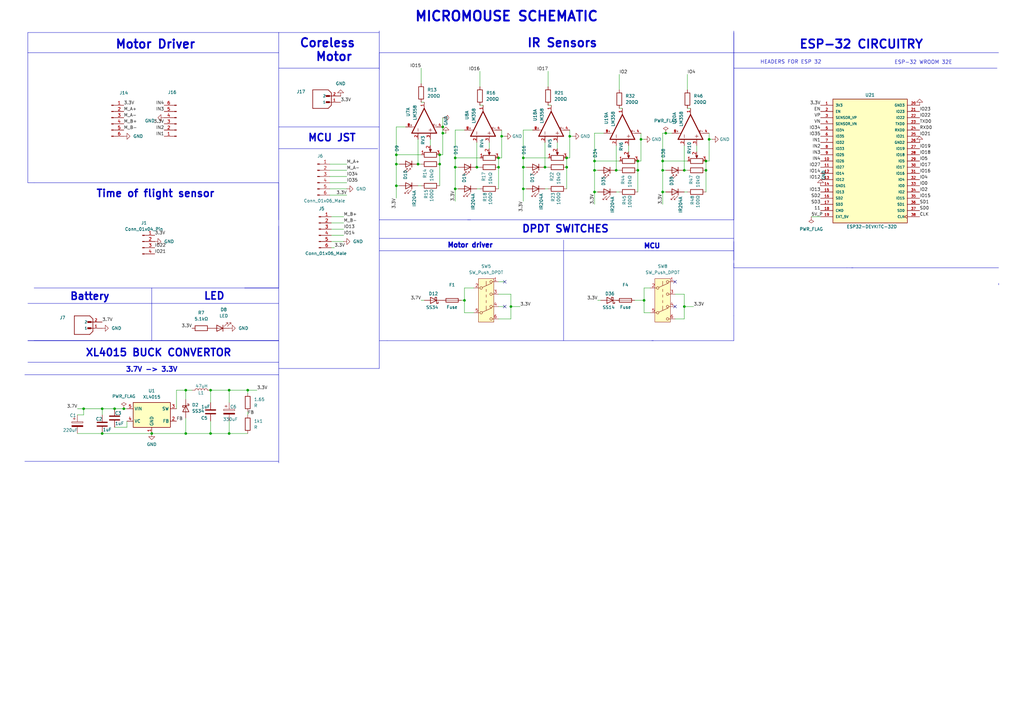
<source format=kicad_sch>
(kicad_sch (version 20231120) (generator "eeschema") (generator_version "8.0")
  (paper "A3")
  (junction (at 205.74 55.88))
  (junction (at 233.68 55.88))
  (junction (at 252.73 69.85))
  (junction (at 46.99 167.64))
  (junction (at 34.29 167.64))
  (junction (at 195.58 68.58))
  (junction (at 180.34 67.31))
  (junction (at 209.55 125.73))
  (junction (at 264.16 123.19))
  (junction (at 162.56 76.2))
  (junction (at 271.78 66.04))
  (junction (at 190.5 123.19))
  (junction (at 261.62 66.04))
  (junction (at 186.69 77.47))
  (junction (at 41.91 177.8))
  (junction (at 180.34 63.5))
  (junction (at 186.69 64.77))
  (junction (at 243.84 78.74))
  (junction (at 86.36 177.8))
  (junction (at 232.41 68.58))
  (junction (at 76.2 160.02))
  (junction (at 186.69 68.58))
  (junction (at 214.63 77.47))
  (junction (at 204.47 68.58))
  (junction (at 76.2 177.8))
  (junction (at 290.83 57.15))
  (junction (at 162.56 63.5))
  (junction (at 271.78 78.74))
  (junction (at 289.56 66.04))
  (junction (at 280.67 125.73))
  (junction (at 93.98 177.8))
  (junction (at 223.52 68.58))
  (junction (at 232.41 64.77))
  (junction (at 50.8 167.64))
  (junction (at 214.63 64.77))
  (junction (at 93.98 160.02))
  (junction (at 289.56 69.85))
  (junction (at 101.6 160.02))
  (junction (at 214.63 68.58))
  (junction (at 86.36 160.02))
  (junction (at 162.56 67.31))
  (junction (at 41.91 167.64))
  (junction (at 204.47 64.77))
  (junction (at 181.61 52.07))
  (junction (at 261.62 69.85))
  (junction (at 271.78 69.85))
  (junction (at 181.61 54.61))
  (junction (at 171.45 67.31))
  (junction (at 243.84 69.85))
  (junction (at 273.05 54.61))
  (junction (at 262.89 57.15))
  (junction (at 62.23 177.8))
  (junction (at 243.84 66.04))
  (junction (at 280.67 69.85))
  (no_connect (at 207.01 125.73))
  (no_connect (at 207.01 115.57))
  (no_connect (at 276.86 115.57))
  (no_connect (at 276.86 125.73))
  (polyline (pts (xy 155.575 90.17) (xy 300.99 90.17)))
  (wire (pts (xy 186.69 53.34) (xy 190.5 53.34)))
  (wire (pts (xy 135.2804 72.39) (xy 142.24 72.39)))
  (wire (pts (xy 234.95 55.88) (xy 233.68 55.88)))
  (polyline (pts (xy 300.99 139.7) (xy 267.335 139.7)))
  (wire (pts (xy 196.85 68.58) (xy 195.58 68.58)))
  (wire (pts (xy 260.35 123.19) (xy 264.16 123.19)))
  (wire (pts (xy 101.6 160.02) (xy 105.41 160.02)))
  (wire (pts (xy 162.56 63.5) (xy 172.72 63.5)))
  (wire (pts (xy 31.75 177.8) (xy 41.91 177.8)))
  (wire (pts (xy 171.45 76.2) (xy 172.72 76.2)))
  (wire (pts (xy 243.84 69.85) (xy 243.84 78.74)))
  (polyline (pts (xy 114.3 92.71) (xy 114.3 189.865)))
  (polyline (pts (xy 11.43 21.59) (xy 114.3 21.59)))
  (wire (pts (xy 261.62 78.74) (xy 261.62 69.85)))
  (wire (pts (xy 233.68 64.77) (xy 233.68 55.88)))
  (polyline (pts (xy 300.99 99.06) (xy 300.99 106.68)))
  (wire (pts (xy 276.86 120.65) (xy 280.67 120.65)))
  (wire (pts (xy 273.05 54.61) (xy 275.59 54.61)))
  (wire (pts (xy 135.2804 74.93) (xy 142.24 74.93)))
  (polyline (pts (xy 155.575 102.87) (xy 300.99 102.87)))
  (wire (pts (xy 214.63 68.58) (xy 214.63 77.47)))
  (wire (pts (xy 209.55 130.81) (xy 204.47 130.81)))
  (wire (pts (xy 280.67 130.81) (xy 276.86 130.81)))
  (wire (pts (xy 271.78 66.04) (xy 271.78 69.85)))
  (wire (pts (xy 86.36 172.72) (xy 86.36 177.8)))
  (wire (pts (xy 264.16 128.27) (xy 266.7 128.27)))
  (polyline (pts (xy 300.99 21.59) (xy 409.575 21.59)))
  (wire (pts (xy 261.62 69.85) (xy 261.62 66.04)))
  (polyline (pts (xy 155.575 97.79) (xy 300.99 97.79)))
  (wire (pts (xy 186.69 53.34) (xy 186.69 64.77)))
  (polyline (pts (xy 62.23 118.11) (xy 62.23 139.7)))
  (wire (pts (xy 186.69 64.77) (xy 186.69 68.58)))
  (polyline (pts (xy 347.345 109.855) (xy 349.885 109.855)))
  (polyline (pts (xy 300.99 107.95) (xy 300.99 129.54)))
  (wire (pts (xy 190.5 118.11) (xy 190.5 123.19)))
  (wire (pts (xy 200.66 60.96) (xy 200.66 58.42)))
  (wire (pts (xy 41.91 167.64) (xy 41.91 170.18)))
  (wire (pts (xy 228.6 60.96) (xy 228.6 58.42)))
  (wire (pts (xy 62.23 177.8) (xy 76.2 177.8)))
  (wire (pts (xy 181.61 52.07) (xy 181.61 48.26)))
  (wire (pts (xy 205.74 64.77) (xy 205.74 55.88)))
  (wire (pts (xy 34.29 167.64) (xy 41.91 167.64)))
  (wire (pts (xy 180.34 76.2) (xy 180.34 67.31)))
  (polyline (pts (xy 300.99 21.59) (xy 300.99 90.17)))
  (wire (pts (xy 181.61 63.5) (xy 181.61 54.61)))
  (wire (pts (xy 290.83 66.04) (xy 290.83 57.15)))
  (wire (pts (xy 162.56 76.2) (xy 163.83 76.2)))
  (wire (pts (xy 135.89 91.44) (xy 140.97 91.44)))
  (wire (pts (xy 135.89 93.98) (xy 140.97 93.98)))
  (polyline (pts (xy 13.97 74.93) (xy 114.3 74.93)))
  (wire (pts (xy 72.39 167.64) (xy 72.39 160.02)))
  (wire (pts (xy 223.52 77.47) (xy 224.79 77.47)))
  (wire (pts (xy 280.67 120.65) (xy 280.67 125.73)))
  (wire (pts (xy 190.5 118.11) (xy 194.31 118.11)))
  (wire (pts (xy 195.58 77.47) (xy 196.85 77.47)))
  (wire (pts (xy 280.67 78.74) (xy 281.94 78.74)))
  (polyline (pts (xy 155.575 21.59) (xy 155.575 90.17)))
  (wire (pts (xy 46.99 167.64) (xy 50.8 167.64)))
  (wire (pts (xy 204.47 125.73) (xy 207.01 125.73)))
  (polyline (pts (xy 300.99 13.335) (xy 300.99 109.855)))
  (wire (pts (xy 209.55 120.65) (xy 209.55 125.73)))
  (wire (pts (xy 243.84 69.85) (xy 245.11 69.85)))
  (wire (pts (xy 233.68 64.77) (xy 232.41 64.77)))
  (wire (pts (xy 190.5 128.27) (xy 194.31 128.27)))
  (wire (pts (xy 232.41 77.47) (xy 232.41 68.58)))
  (wire (pts (xy 196.85 29.21) (xy 196.85 35.56)))
  (wire (pts (xy 101.6 168.91) (xy 101.6 170.18)))
  (wire (pts (xy 72.39 160.02) (xy 76.2 160.02)))
  (wire (pts (xy 243.84 66.04) (xy 243.84 69.85)))
  (wire (pts (xy 224.79 68.58) (xy 223.52 68.58)))
  (polyline (pts (xy 114.3 21.59) (xy 114.3 13.335)))
  (wire (pts (xy 243.84 54.61) (xy 243.84 66.04)))
  (wire (pts (xy 214.63 64.77) (xy 214.63 68.58)))
  (wire (pts (xy 186.69 68.58) (xy 187.96 68.58)))
  (wire (pts (xy 262.89 57.15) (xy 262.89 54.61)))
  (wire (pts (xy 171.45 67.31) (xy 171.45 57.15)))
  (polyline (pts (xy 114.3 52.07) (xy 155.575 52.07)))
  (polyline (pts (xy 11.43 13.335) (xy 11.43 21.59)))
  (wire (pts (xy 172.72 123.19) (xy 173.99 123.19)))
  (wire (pts (xy 86.36 160.02) (xy 86.36 165.1)))
  (wire (pts (xy 186.69 82.55) (xy 186.69 77.47)))
  (wire (pts (xy 233.68 55.88) (xy 233.68 53.34)))
  (wire (pts (xy 41.91 177.8) (xy 62.23 177.8)))
  (wire (pts (xy 207.01 55.88) (xy 205.74 55.88)))
  (wire (pts (xy 257.81 62.23) (xy 257.81 59.69)))
  (wire (pts (xy 135.2804 67.31) (xy 142.24 67.31)))
  (wire (pts (xy 252.73 69.85) (xy 252.73 59.69)))
  (wire (pts (xy 254 30.48) (xy 254 36.83)))
  (wire (pts (xy 280.67 69.85) (xy 280.67 59.69)))
  (wire (pts (xy 243.84 83.82) (xy 243.84 78.74)))
  (polyline (pts (xy 11.43 139.7) (xy 114.3 139.7)))
  (polyline (pts (xy 300.99 27.94) (xy 408.94 27.94)))
  (wire (pts (xy 135.2804 69.85) (xy 142.24 69.85)))
  (wire (pts (xy 162.56 52.07) (xy 162.56 63.5)))
  (wire (pts (xy 180.34 67.31) (xy 180.34 63.5)))
  (wire (pts (xy 271.78 69.85) (xy 273.05 69.85)))
  (wire (pts (xy 283.21 44.45) (xy 281.94 44.45)))
  (wire (pts (xy 290.83 66.04) (xy 289.56 66.04)))
  (wire (pts (xy 41.91 167.64) (xy 46.99 167.64)))
  (wire (pts (xy 262.89 66.04) (xy 262.89 57.15)))
  (wire (pts (xy 101.6 161.29) (xy 101.6 160.02)))
  (wire (pts (xy 264.16 118.11) (xy 264.16 123.19)))
  (wire (pts (xy 182.88 54.61) (xy 181.61 54.61)))
  (polyline (pts (xy 300.99 129.54) (xy 300.99 139.7)))
  (wire (pts (xy 186.69 64.77) (xy 196.85 64.77)))
  (wire (pts (xy 214.63 77.47) (xy 215.9 77.47)))
  (wire (pts (xy 162.56 63.5) (xy 162.56 67.31)))
  (wire (pts (xy 254 69.85) (xy 252.73 69.85)))
  (polyline (pts (xy 11.43 139.7) (xy 114.3 139.7)))
  (polyline (pts (xy 114.3 60.96) (xy 154.94 60.96)))
  (wire (pts (xy 332.74 88.9) (xy 336.55 88.9)))
  (wire (pts (xy 209.55 125.73) (xy 213.36 125.73)))
  (wire (pts (xy 226.06 43.18) (xy 224.79 43.18)))
  (wire (pts (xy 255.27 44.45) (xy 254 44.45)))
  (polyline (pts (xy 349.25 109.855) (xy 409.575 109.855)))
  (wire (pts (xy 243.84 78.74) (xy 245.11 78.74)))
  (wire (pts (xy 285.75 62.23) (xy 285.75 59.69)))
  (wire (pts (xy 209.55 125.73) (xy 209.55 130.81)))
  (wire (pts (xy 246.38 123.19) (xy 245.11 123.19)))
  (polyline (pts (xy 155.575 12.7) (xy 155.575 21.59)))
  (wire (pts (xy 93.98 177.8) (xy 101.6 177.8)))
  (wire (pts (xy 34.29 170.18) (xy 34.29 167.64)))
  (polyline (pts (xy 114.3 118.11) (xy 100.33 118.11)))
  (polyline (pts (xy 155.575 139.7) (xy 155.575 151.13)))
  (wire (pts (xy 162.56 52.07) (xy 166.37 52.07)))
  (wire (pts (xy 172.72 67.31) (xy 171.45 67.31)))
  (wire (pts (xy 204.47 68.58) (xy 204.47 64.77)))
  (wire (pts (xy 204.47 77.47) (xy 204.47 68.58)))
  (wire (pts (xy 281.94 30.48) (xy 281.94 36.83)))
  (wire (pts (xy 135.2804 80.01) (xy 142.24 80.01)))
  (polyline (pts (xy 409.575 116.84) (xy 409.575 116.205)))
  (wire (pts (xy 172.72 27.94) (xy 172.72 34.29)))
  (polyline (pts (xy 11.43 148.59) (xy 114.3 148.59)))
  (wire (pts (xy 135.89 99.06) (xy 140.97 99.06)))
  (polyline (pts (xy 300.99 21.59) (xy 155.575 21.59)))
  (wire (pts (xy 52.07 175.26) (xy 46.99 175.26)))
  (polyline (pts (xy 114.3 27.94) (xy 155.575 27.94)))
  (polyline (pts (xy 155.575 139.7) (xy 158.75 139.7)))
  (wire (pts (xy 271.78 66.04) (xy 281.94 66.04)))
  (polyline (pts (xy 114.3 74.93) (xy 114.3 90.17)))
  (wire (pts (xy 195.58 68.58) (xy 195.58 58.42)))
  (wire (pts (xy 280.67 125.73) (xy 284.48 125.73)))
  (wire (pts (xy 262.89 66.04) (xy 261.62 66.04)))
  (wire (pts (xy 223.52 68.58) (xy 223.52 58.42)))
  (polyline (pts (xy 64.77 139.7) (xy 114.3 139.7)))
  (wire (pts (xy 243.84 66.04) (xy 254 66.04)))
  (polyline (pts (xy 155.575 90.17) (xy 155.575 139.7)))
  (wire (pts (xy 264.16 123.19) (xy 264.16 128.27)))
  (wire (pts (xy 198.12 43.18) (xy 196.85 43.18)))
  (wire (pts (xy 186.69 68.58) (xy 186.69 77.47)))
  (wire (pts (xy 52.07 172.72) (xy 52.07 175.26)))
  (polyline (pts (xy 114.3 74.93) (xy 114.3 118.11)))
  (wire (pts (xy 189.23 123.19) (xy 190.5 123.19)))
  (wire (pts (xy 264.16 57.15) (xy 262.89 57.15)))
  (wire (pts (xy 289.56 78.74) (xy 289.56 69.85)))
  (polyline (pts (xy 114.3 13.335) (xy 11.43 13.335)))
  (polyline (pts (xy 191.77 90.17) (xy 193.04 90.17)))
  (wire (pts (xy 93.98 172.72) (xy 93.98 177.8)))
  (wire (pts (xy 292.1 57.15) (xy 290.83 57.15)))
  (wire (pts (xy 232.41 68.58) (xy 232.41 64.77)))
  (wire (pts (xy 281.94 69.85) (xy 280.67 69.85)))
  (wire (pts (xy 243.84 54.61) (xy 247.65 54.61)))
  (wire (pts (xy 31.75 167.64) (xy 34.29 167.64)))
  (wire (pts (xy 162.56 67.31) (xy 162.56 76.2)))
  (wire (pts (xy 214.63 64.77) (xy 224.79 64.77)))
  (wire (pts (xy 101.6 160.02) (xy 93.98 160.02)))
  (wire (pts (xy 173.99 41.91) (xy 172.72 41.91)))
  (polyline (pts (xy 10.16 153.67) (xy 114.3 153.67)))
  (wire (pts (xy 214.63 53.34) (xy 218.44 53.34)))
  (wire (pts (xy 186.69 77.47) (xy 187.96 77.47)))
  (wire (pts (xy 214.63 82.55) (xy 214.63 77.47)))
  (polyline (pts (xy 155.575 21.59) (xy 155.575 28.575)))
  (polyline (pts (xy 300.99 109.855) (xy 347.345 109.855)))
  (wire (pts (xy 271.78 54.61) (xy 273.05 54.61)))
  (wire (pts (xy 135.89 88.9) (xy 140.97 88.9)))
  (polyline (pts (xy 11.43 21.59) (xy 11.43 74.93)))
  (wire (pts (xy 50.8 167.64) (xy 52.07 167.64)))
  (polyline (pts (xy 300.99 12.7) (xy 300.99 21.59)))
  (wire (pts (xy 181.61 54.61) (xy 181.61 52.07)))
  (wire (pts (xy 271.78 69.85) (xy 271.78 78.74)))
  (wire (pts (xy 266.7 118.11) (xy 264.16 118.11)))
  (polyline (pts (xy 11.43 74.93) (xy 13.97 74.93)))
  (wire (pts (xy 289.56 69.85) (xy 289.56 66.04)))
  (wire (pts (xy 76.2 160.02) (xy 76.2 163.83)))
  (wire (pts (xy 252.73 78.74) (xy 254 78.74)))
  (wire (pts (xy 271.78 83.82) (xy 271.78 78.74)))
  (wire (pts (xy 76.2 171.45) (xy 76.2 177.8)))
  (wire (pts (xy 205.74 55.88) (xy 205.74 53.34)))
  (wire (pts (xy 162.56 81.28) (xy 162.56 76.2)))
  (wire (pts (xy 190.5 123.19) (xy 190.5 128.27)))
  (wire (pts (xy 93.98 160.02) (xy 86.36 160.02)))
  (wire (pts (xy 290.83 57.15) (xy 290.83 54.61)))
  (wire (pts (xy 162.56 67.31) (xy 163.83 67.31)))
  (wire (pts (xy 214.63 68.58) (xy 215.9 68.58)))
  (wire (pts (xy 204.47 115.57) (xy 207.01 115.57)))
  (wire (pts (xy 93.98 165.1) (xy 93.98 160.02)))
  (polyline (pts (xy 114.3 13.335) (xy 155.575 13.335)))
  (wire (pts (xy 135.2804 77.47) (xy 142.24 77.47)))
  (wire (pts (xy 176.53 59.69) (xy 176.53 57.15)))
  (wire (pts (xy 280.67 125.73) (xy 280.67 130.81)))
  (wire (pts (xy 224.79 29.21) (xy 224.79 35.56)))
  (wire (pts (xy 254 123.19) (xy 252.73 123.19)))
  (wire (pts (xy 135.89 101.6) (xy 137.16 101.6)))
  (polyline (pts (xy 114.3 21.59) (xy 114.3 74.93)))
  (polyline (pts (xy 13.97 139.7) (xy 64.77 139.7)))
  (wire (pts (xy 181.61 63.5) (xy 180.34 63.5)))
  (polyline (pts (xy 267.97 139.7) (xy 158.75 139.7)))
  (wire (pts (xy 76.2 160.02) (xy 78.74 160.02)))
  (polyline (pts (xy 11.43 124.46) (xy 114.3 124.46)))
  (wire (pts (xy 214.63 53.34) (xy 214.63 64.77)))
  (polyline (pts (xy 10.16 189.23) (xy 114.3 189.23)))
  (wire (pts (xy 205.74 64.77) (xy 204.47 64.77)))
  (wire (pts (xy 271.78 78.74) (xy 273.05 78.74)))
  (wire (pts (xy 31.75 170.18) (xy 34.29 170.18)))
  (polyline (pts (xy 13.97 118.11) (xy 114.3 118.11)))
  (polyline (pts (xy 231.14 98.425) (xy 231.14 139.7)))
  (wire (pts (xy 204.47 120.65) (xy 209.55 120.65)))
  (wire (pts (xy 93.98 177.8) (xy 86.36 177.8)))
  (wire (pts (xy 76.2 177.8) (xy 86.36 177.8)))
  (polyline (pts (xy 155.575 151.13) (xy 114.3 151.13)))
  (wire (pts (xy 135.89 96.52) (xy 140.97 96.52)))
  (wire (pts (xy 271.78 54.61) (xy 271.78 66.04)))
  (text "Coreless \n Motor\n" (at 135.636 20.574 0) (effects (font (size 3.5 3.5) (thickness 0.7) (bold yes))))
  (text "MICROMOUSE SCHEMATIC\n" (at 207.772 6.858 0) (effects (font (size 4 4) (thickness 0.8) (bold yes))))
  (text "ESP-32 WROOM 32E" (at 378.714 25.654 0) (effects (font (size 1.5 1.5))))
  (text "Battery\n" (at 36.83 121.666 0) (effects (font (size 3 3) (thickness 0.6) (bold yes))))
  (text "ESP-32 CIRCUITRY " (at 354.584 18.288 0) (effects (font (size 3.5 3.5) (thickness 0.7) (bold yes))))
  (text "DPDT SWITCHES" (at 213.868 95.758 0) (effects (font (size 3 3) (thickness 0.6) (bold yes)) (justify left bottom)))
  (text "IR Sensors\n\n" (at 230.632 20.574 0) (effects (font (size 3.5 3.5) (thickness 0.7) (bold yes))))
  (text "MCU JST\n" (at 136.144 56.642 0) (effects (font (size 3 3) (thickness 0.6) (bold yes))))
  (text "3.7V -> 3.3V\n" (at 62.23 151.638 0) (effects (font (size 2 2) (thickness 0.4) (bold yes))))
  (text "HEADERS FOR ESP 32\n\n\n" (at 324.358 27.94 0) (effects (font (size 1.5 1.5))))
  (text "MCU\n\n" (at 263.906 105.41 0) (effects (font (size 2 2) (thickness 0.6) (bold yes)) (justify left bottom)))
  (text "XL4015 BUCK CONVERTOR\n" (at 65.024 144.78 0) (effects (font (size 3 3) (thickness 0.6) (bold yes))))
  (text "Motor driver \n" (at 183.388 101.854 0) (effects (font (size 2 2) (thickness 0.6) (bold yes)) (justify left bottom)))
  (text "LED\n\n" (at 87.884 123.952 0) (effects (font (size 3 3) (thickness 0.6) (bold yes))))
  (text "Time of flight sensor" (at 63.754 79.502 0) (effects (font (size 3 3) (thickness 0.6) (bold yes))))
  (text "Motor Driver" (at 63.754 18.288 0) (effects (font (size 3.5 3.5) (thickness 0.7) (bold yes))))
  (label "3.3V" (at 63.5 96.52 0))
  (label "IO16" (at 377.19 71.12 0))
  (label "FB" (at 101.6 170.18 0))
  (label "IN3" (at 336.55 63.5 180))
  (label "IO4" (at 281.94 30.48 0))
  (label "3.3V" (at 271.78 83.82 90))
  (label "IO15" (at 377.19 81.28 0))
  (label "IO21" (at 63.5 104.14 0))
  (label "3.3V" (at 137.16 101.6 0))
  (label "FB" (at 72.39 172.72 0))
  (label "IO35" (at 142.24 74.93 0))
  (label "M_A-" (at 142.24 69.85 0))
  (label "CLK" (at 377.19 88.9 0))
  (label "VP" (at 336.55 48.26 180))
  (label "3.3V" (at 67.31 50.8 180))
  (label "M_B+" (at 50.8 50.8 0))
  (label "3.3V" (at 243.84 83.82 90))
  (label "3.7V" (at 41.91 132.08 0))
  (label "M_A+" (at 50.8 45.72 0))
  (label "IO23" (at 377.19 45.72 0))
  (label "3.3V" (at 213.36 125.73 0))
  (label "IN1" (at 336.55 58.42 180))
  (label "IO14" (at 140.97 96.52 0))
  (label "IN4" (at 67.31 43.18 180))
  (label "IO4" (at 377.19 73.66 0))
  (label "IN1" (at 67.31 55.88 180))
  (label "M_A+" (at 142.24 67.31 0))
  (label "M_B-" (at 140.97 91.44 0))
  (label "3.7V" (at 172.72 123.19 180))
  (label "TXD0" (at 377.19 50.8 0))
  (label "VN" (at 336.55 50.8 180))
  (label "IO13" (at 140.97 93.98 0))
  (label "SD2" (at 336.55 81.28 180))
  (label "IO2" (at 254 30.48 0))
  (label "IO35" (at 336.55 55.88 180))
  (label "SD1" (at 377.19 83.82 0))
  (label "IO5" (at 377.19 66.04 0))
  (label "M_A-" (at 50.8 48.26 0))
  (label "IN2" (at 336.55 60.96 180))
  (label "3.3V" (at 336.55 43.18 180))
  (label "3.3V" (at 50.8 43.18 0))
  (label "3.3V" (at 245.11 123.19 180))
  (label "M_B+" (at 140.97 88.9 0))
  (label "IN2" (at 67.31 53.34 180))
  (label "IO16" (at 196.85 29.21 180))
  (label "3.3V" (at 284.48 125.73 0))
  (label "3.3V" (at 139.7 41.91 0))
  (label "3.3V" (at 105.41 160.02 0))
  (label "5V_P" (at 332.74 88.9 0))
  (label "SD0" (at 377.19 86.36 0))
  (label "IN3" (at 67.31 45.72 180))
  (label "IO13" (at 336.55 78.74 180))
  (label "IO21" (at 377.19 55.88 0))
  (label "IO17" (at 224.79 29.21 180))
  (label "RXD0" (at 377.19 53.34 0))
  (label "11" (at 336.55 86.36 180))
  (label "M_B-" (at 50.8 53.34 0))
  (label "IO34" (at 336.55 53.34 180))
  (label "IO0" (at 377.19 76.2 0))
  (label "EN" (at 336.55 45.72 180))
  (label "3.3V" (at 186.69 82.55 90))
  (label "IO2" (at 377.19 78.74 0))
  (label "IO22" (at 63.5 101.6 0))
  (label "IO12" (at 336.55 73.66 180))
  (label "IO27" (at 336.55 68.58 180))
  (label "IO17" (at 377.19 68.58 0))
  (label "3.7V" (at 31.75 167.64 180))
  (label "IO22" (at 377.19 48.26 0))
  (label "IO34" (at 142.24 72.39 0))
  (label "3.3V" (at 78.74 134.62 180))
  (label "IO18" (at 377.19 63.5 0))
  (label "IO19" (at 377.19 60.96 0))
  (label "IO14" (at 336.55 71.12 180))
  (label "3.3V" (at 162.56 81.28 270))
  (label "IN4" (at 336.55 66.04 180))
  (label "3.3V" (at 214.63 82.55 270))
  (label "IO15" (at 172.72 27.94 180))
  (label "SD3" (at 336.55 83.82 180))
  (label "3.3V" (at 142.24 80.01 180))
  (symbol (lib_id "Diode:1N5822") (at 177.8 123.19 180) (unit 1)
    (property "Reference" "D12" (at 177.7492 120.4468 0))
    (property "Value" "SS34" (at 177.2412 126.0856 0))
    (property "Footprint" "Diode_SMD:D_SMB" (effects (hide yes)))
    (property "Datasheet" "http://www.vishay.com/docs/88526/1n5820.pdf" (effects (hide yes)))
  )
  (symbol (lib_id "Connector:Conn_01x06_Pin") (at 72.39 50.8 180) (unit 1)
    (property "Reference" "J16" (at 68.834 37.846 0) (effects (justify right)))
    (property "Value" "Conn_01x06_Pin" (effects (hide yes)))
    (property "Footprint" "Connector_PinHeader_2.54mm:PinHeader_1x06_P2.54mm_Vertical" (effects (hide yes)))
    (property "Description" "Generic connector, single row, 01x06, script generated" (effects (hide yes)))
  )
  (symbol (lib_id "Device:R") (at 254 40.64 180) (unit 1)
    (property "Reference" "R32" (at 256.54 39.3699 0) (effects (justify right)))
    (property "Value" "200Ω" (at 256.54 41.9099 0) (effects (justify right)))
    (property "Footprint" "Resistor_SMD:R_0603_1608Metric" (effects (hide yes)))
    (property "Description" "Resistor" (effects (hide yes)))
  )
  (symbol (lib_id "Device:L") (at 82.55 160.02 90) (unit 1)
    (property "Reference" "L1" (at 82.4484 161.1376 90))
    (property "Value" "47uH" (at 82.7024 158.3436 90))
    (property "Footprint" "Inductor_SMD:L_10.4x10.4_H4.8" (effects (hide yes)))
  )
  (symbol (lib_id "Device:R") (at 196.85 39.37 180) (unit 1)
    (property "Reference" "R16" (at 199.39 38.0999 0) (effects (justify right)))
    (property "Value" "200Ω" (at 199.39 40.6399 0) (effects (justify right)))
    (property "Footprint" "Resistor_SMD:R_0603_1608Metric" (effects (hide yes)))
    (property "Description" "Resistor" (effects (hide yes)))
  )
  (symbol (lib_id "Device:R") (at 176.53 67.31 270) (unit 1)
    (property "Reference" "R14" (at 174.244 73.152 0) (effects (justify right)))
    (property "Value" "10kΩ" (at 177.038 74.422 0) (effects (justify right)))
    (property "Footprint" "Resistor_SMD:R_0603_1608Metric" (effects (hide yes)))
    (property "Description" "Resistor" (effects (hide yes)))
  )
  (symbol (lib_id "power:GND") (at 63.5 99.06 90) (unit 1)
    (property "Reference" "#PWR03" (effects (hide yes)))
    (property "Value" "GND" (at 67.31 99.0599 90) (effects (justify right)))
    (property "Description" "Power symbol creates a global label with name \"GND\" , ground" (effects (hide yes)))
  )
  (symbol (lib_id "LED:IR204A") (at 247.65 78.74 180) (unit 1)
    (property "Reference" "D35" (at 247.5229 76.2 90) (effects (justify right)))
    (property "Value" "IR204A" (at 251.206 87.376 90) (effects (justify right)))
    (property "Footprint" "LED_THT:LED_D3.0mm_IRBlack" (effects (hide yes)))
    (property "Datasheet" "http://www.everlight.com/file/ProductFile/IR204-A.pdf" (effects (hide yes)))
    (property "Description" "Infrared LED , 3mm LED package" (effects (hide yes)))
  )
  (symbol (lib_id "Switch:SW_Push_DPDT") (at 199.39 123.19 0) (unit 1)
    (property "Reference" "SW5" (at 199.39 109.22 0))
    (property "Value" "SW_Push_DPDT" (at 199.39 111.76 0))
    (property "Footprint" "1-1571563-4:SW_TL2230OAF140" (effects (hide yes)))
    (property "Description" "Momentary Switch, dual pole double throw" (effects (hide yes)))
  )
  (symbol (lib_id "power:GND") (at 67.31 48.26 270) (unit 1)
    (property "Reference" "#PWR030" (effects (hide yes)))
    (property "Value" "GND" (at 63.5 49.5299 90) (effects (justify right)))
    (property "Description" "Power symbol creates a global label with name \"GND\" , ground" (effects (hide yes)))
  )
  (symbol (lib_id "Device:Fuse") (at 256.54 123.19 90) (unit 1)
    (property "Reference" "F4" (at 256.54 116.84 90))
    (property "Value" "Fuse" (at 256.54 125.984 90))
    (property "Footprint" "1-1571563-4:SW_1-1571563-4" (effects (hide yes)))
    (property "Description" "Fuse" (effects (hide yes)))
  )
  (symbol (lib_id "power:PWR_FLAG") (at 332.74 88.9 180) (unit 1)
    (property "Reference" "#FLG04" (effects (hide yes)))
    (property "Value" "PWR_FLAG" (at 332.74 93.98 0))
    (property "Description" "Special symbol for telling ERC where power comes from" (effects (hide yes)))
  )
  (symbol (lib_id "Device:R_Potentiometer") (at 285.75 66.04 90) (unit 1)
    (property "Reference" "RV10" (at 282.702 58.166 0) (effects (justify right)))
    (property "Value" "R_Potentiometer" (effects (hide yes)))
    (property "Footprint" "abc:TRIM_3362P-1-253LF123" (effects (hide yes)))
    (property "Description" "Potentiometer" (effects (hide yes)))
  )
  (symbol (lib_id "LED:IR204A") (at 166.37 76.2 180) (unit 1)
    (property "Reference" "D10" (at 166.2429 73.66 90) (effects (justify right)))
    (property "Value" "IR204A" (at 169.926 84.836 90) (effects (justify right)))
    (property "Footprint" "LED_THT:LED_D3.0mm_IRBlack" (effects (hide yes)))
    (property "Datasheet" "http://www.everlight.com/file/ProductFile/IR204-A.pdf" (effects (hide yes)))
    (property "Description" "Infrared LED , 3mm LED package" (effects (hide yes)))
  )
  (symbol (lib_id "Device:R") (at 285.75 78.74 90) (unit 1)
    (property "Reference" "R48" (at 283.972 84.074 0) (effects (justify left)))
    (property "Value" "100Ω" (at 286.258 85.344 0) (effects (justify left)))
    (property "Footprint" "Resistor_SMD:R_0603_1608Metric" (effects (hide yes)))
    (property "Description" "Resistor" (effects (hide yes)))
  )
  (symbol (lib_id "power:GND") (at 292.1 57.15 90) (unit 1)
    (property "Reference" "#PWR057" (effects (hide yes)))
    (property "Value" "GND" (at 295.148 57.15 90) (effects (justify right)))
    (property "Description" "Power symbol creates a global label with name \"GND\" , ground" (effects (hide yes)))
  )
  (symbol (lib_id "Device:Fuse") (at 185.42 123.19 90) (unit 1)
    (property "Reference" "F1" (at 185.42 116.84 90))
    (property "Value" "Fuse" (at 185.42 125.984 90))
    (property "Footprint" "1-1571563-4:SW_1-1571563-4" (effects (hide yes)))
    (property "Description" "Fuse" (effects (hide yes)))
  )
  (symbol (lib_id "LM358:LM358") (at 283.21 52.07 90) (unit 1)
    (property "Reference" "U20" (at 276.606 48.514 0))
    (property "Value" "LM358" (at 279.4 48.768 0))
    (property "Footprint" "LM358:SOIC8_150MIL" (effects (hide yes)))
    (property "MF" "Texas Instruments" (effects (hide yes)))
    (property "Description_1" "\nOp Amp Dual Low Power Amplifier ±16V/32V 8-Pin TO-99 Tube\n" (effects (hide yes)))
    (property "Package" "None" (effects (hide yes)))
    (property "Price" "None" (effects (hide yes)))
    (property "SnapEDA_Link" "https://www.snapeda.com/parts/LM358/Texas+Instruments/view-part/?ref=snap" (effects (hide yes)))
    (property "MP" "LM358" (effects (hide yes)))
    (property "Availability" "Not in stock" (effects (hide yes)))
    (property "Check_prices" "https://www.snapeda.com/parts/LM358/Texas+Instruments/view-part/?ref=eda" (effects (hide yes)))
  )
  (symbol (lib_id "power:GND") (at 142.24 77.47 90) (unit 1)
    (property "Reference" "#PWR02" (effects (hide yes)))
    (property "Value" "GND" (at 146.05 77.4699 90) (effects (justify right)))
    (property "Description" "Power symbol creates a global label with name \"GND\" , ground" (effects (hide yes)))
  )
  (symbol (lib_id "Device:C") (at 41.91 173.99 0) (unit 1)
    (property "Reference" "C2" (at 39.2684 171.8564 0) (effects (justify left)))
    (property "Value" "1uF" (at 42.1132 176.2252 0) (effects (justify left)))
    (property "Footprint" "Capacitor_SMD:C_0603_1608Metric" (effects (hide yes)))
  )
  (symbol (lib_id "Device:R_Potentiometer") (at 176.53 63.5 90) (unit 1)
    (property "Reference" "RV3" (at 173.482 55.626 0) (effects (justify right)))
    (property "Value" "R_Potentiometer" (effects (hide yes)))
    (property "Footprint" "abc:TRIM_3362P-1-253LF123" (effects (hide yes)))
    (property "Description" "Potentiometer" (effects (hide yes)))
  )
  (symbol (lib_id "Device:C_Polarized") (at 93.98 168.91 0) (unit 1)
    (property "Reference" "C6" (at 94.3356 166.8272 0) (effects (justify left)))
    (property "Value" "330uF" (at 91.44 171.958 0) (effects (justify left)))
    (property "Footprint" "Capacitor_SMD:CP_Elec_8x10.5" (effects (hide yes)))
  )
  (symbol (lib_id "power:GND") (at 377.19 58.42 180) (unit 1)
    (property "Reference" "#PWR061" (effects (hide yes)))
    (property "Value" "GND" (effects (hide yes)))
    (property "Description" "Power symbol creates a global label with name \"GND\" , ground" (effects (hide yes)))
  )
  (symbol (lib_id "Device:C_Polarized") (at 31.75 173.99 0) (unit 1)
    (property "Reference" "C1" (at 28.6004 170.3832 0) (effects (justify left)))
    (property "Value" "220uF" (at 25.8064 176.4284 0) (effects (justify left)))
    (property "Footprint" "Capacitor_SMD:CP_Elec_6.3x7.7" (effects (hide yes)))
  )
  (symbol (lib_id "LM358:LM358") (at 255.27 52.07 90) (unit 1)
    (property "Reference" "U19" (at 248.666 48.514 0))
    (property "Value" "LM358" (at 251.46 48.768 0))
    (property "Footprint" "LM358:SOIC8_150MIL" (effects (hide yes)))
    (property "MF" "Texas Instruments" (effects (hide yes)))
    (property "Description_1" "\nOp Amp Dual Low Power Amplifier ±16V/32V 8-Pin TO-99 Tube\n" (effects (hide yes)))
    (property "Package" "None" (effects (hide yes)))
    (property "Price" "None" (effects (hide yes)))
    (property "SnapEDA_Link" "https://www.snapeda.com/parts/LM358/Texas+Instruments/view-part/?ref=snap" (effects (hide yes)))
    (property "MP" "LM358" (effects (hide yes)))
    (property "Availability" "Not in stock" (effects (hide yes)))
    (property "Check_prices" "https://www.snapeda.com/parts/LM358/Texas+Instruments/view-part/?ref=eda" (effects (hide yes)))
  )
  (symbol (lib_id "Device:R") (at 200.66 68.58 270) (unit 1)
    (property "Reference" "R17" (at 198.374 74.422 0) (effects (justify right)))
    (property "Value" "10kΩ" (at 201.168 75.692 0) (effects (justify right)))
    (property "Footprint" "Resistor_SMD:R_0603_1608Metric" (effects (hide yes)))
    (property "Description" "Resistor" (effects (hide yes)))
  )
  (symbol (lib_id "Device:D_Photo") (at 166.37 67.31 180) (unit 1)
    (property "Reference" "D9" (at 162.814 62.23 90) (effects (justify right)))
    (property "Value" "D_Photo" (effects (hide yes)))
    (property "Footprint" "1-1571563-4:LED2-2.54-D5.0MM" (effects (hide yes)))
    (property "Description" "Photodiode" (effects (hide yes)))
  )
  (symbol (lib_id "Switch:SW_Push_DPDT") (at 271.78 123.19 0) (unit 1)
    (property "Reference" "SW8" (at 271.78 109.22 0))
    (property "Value" "SW_Push_DPDT" (at 271.78 111.76 0))
    (property "Footprint" "1-1571563-4:SW_TL2230OAF140" (effects (hide yes)))
    (property "Description" "Momentary Switch, dual pole double throw" (effects (hide yes)))
  )
  (symbol (lib_id "Device:R") (at 285.75 69.85 270) (unit 1)
    (property "Reference" "R47" (at 283.464 75.692 0) (effects (justify right)))
    (property "Value" "10kΩ" (at 286.258 76.962 0) (effects (justify right)))
    (property "Footprint" "Resistor_SMD:R_0603_1608Metric" (effects (hide yes)))
    (property "Description" "Resistor" (effects (hide yes)))
  )
  (symbol (lib_id "Device:R") (at 224.79 39.37 180) (unit 1)
    (property "Reference" "R21" (at 227.33 38.0999 0) (effects (justify right)))
    (property "Value" "200Ω" (at 227.33 40.6399 0) (effects (justify right)))
    (property "Footprint" "Resistor_SMD:R_0603_1608Metric" (effects (hide yes)))
    (property "Description" "Resistor" (effects (hide yes)))
  )
  (symbol (lib_id "power:GND") (at 140.97 99.06 90) (unit 1)
    (property "Reference" "#PWR04" (effects (hide yes)))
    (property "Value" "GND" (at 144.78 99.0599 90) (effects (justify right)))
    (property "Description" "Power symbol creates a global label with name \"GND\" , ground" (effects (hide yes)))
  )
  (symbol (lib_id "Device:R") (at 228.6 77.47 90) (unit 1)
    (property "Reference" "R23" (at 226.822 82.804 0) (effects (justify left)))
    (property "Value" "100Ω" (at 229.108 84.074 0) (effects (justify left)))
    (property "Footprint" "Resistor_SMD:R_0603_1608Metric" (effects (hide yes)))
    (property "Description" "Resistor" (effects (hide yes)))
  )
  (symbol (lib_id "Device:D_Photo") (at 247.65 69.85 180) (unit 1)
    (property "Reference" "D34" (at 244.094 64.77 90) (effects (justify right)))
    (property "Value" "D_Photo" (effects (hide yes)))
    (property "Footprint" "1-1571563-4:LED2-2.54-D5.0MM" (effects (hide yes)))
    (property "Description" "Photodiode" (effects (hide yes)))
  )
  (symbol (lib_id "LM358:LM358") (at 173.99 49.53 90) (unit 1)
    (property "Reference" "U7" (at 167.386 45.974 0))
    (property "Value" "LM358" (at 170.18 46.228 0))
    (property "Footprint" "LM358:SOIC8_150MIL" (effects (hide yes)))
    (property "MF" "Texas Instruments" (effects (hide yes)))
    (property "Description_1" "\nOp Amp Dual Low Power Amplifier ±16V/32V 8-Pin TO-99 Tube\n" (effects (hide yes)))
    (property "Package" "None" (effects (hide yes)))
    (property "Price" "None" (effects (hide yes)))
    (property "SnapEDA_Link" "https://www.snapeda.com/parts/LM358/Texas+Instruments/view-part/?ref=snap" (effects (hide yes)))
    (property "MP" "LM358" (effects (hide yes)))
    (property "Availability" "Not in stock" (effects (hide yes)))
    (property "Check_prices" "https://www.snapeda.com/parts/LM358/Texas+Instruments/view-part/?ref=eda" (effects (hide yes)))
  )
  (symbol (lib_id "Connector:Conn_01x06_Male") (at 130.2004 72.39 0) (unit 1)
    (property "Reference" "J6" (at 131.318 63.9826 0))
    (property "Value" "Conn_01x06_Male" (at 133.096 82.3468 0))
    (property "Footprint" "Connector_PinHeader_2.54mm:PinHeader_1x06_P2.54mm_Vertical" (effects (hide yes)))
  )
  (symbol (lib_id "Device:R_Potentiometer") (at 200.66 64.77 90) (unit 1)
    (property "Reference" "RV4" (at 197.612 56.896 0) (effects (justify right)))
    (property "Value" "R_Potentiometer" (effects (hide yes)))
    (property "Footprint" "abc:TRIM_3362P-1-253LF123" (effects (hide yes)))
    (property "Description" "Potentiometer" (effects (hide yes)))
  )
  (symbol (lib_id "power:GND") (at 336.55 76.2 180) (unit 1)
    (property "Reference" "#PWR058" (effects (hide yes)))
    (property "Value" "GND" (at 337.82 73.914 90) (effects (justify right)))
    (property "Description" "Power symbol creates a global label with name \"GND\" , ground" (effects (hide yes)))
  )
  (symbol (lib_id "LM358:LM358") (at 198.12 50.8 90) (unit 1)
    (property "Reference" "U8" (at 191.516 47.244 0))
    (property "Value" "LM358" (at 194.31 47.498 0))
    (property "Footprint" "LM358:SOIC8_150MIL" (effects (hide yes)))
    (property "MF" "Texas Instruments" (effects (hide yes)))
    (property "Description_1" "\nOp Amp Dual Low Power Amplifier ±16V/32V 8-Pin TO-99 Tube\n" (effects (hide yes)))
    (property "Package" "None" (effects (hide yes)))
    (property "Price" "None" (effects (hide yes)))
    (property "SnapEDA_Link" "https://www.snapeda.com/parts/LM358/Texas+Instruments/view-part/?ref=snap" (effects (hide yes)))
    (property "MP" "LM358" (effects (hide yes)))
    (property "Availability" "Not in stock" (effects (hide yes)))
    (property "Check_prices" "https://www.snapeda.com/parts/LM358/Texas+Instruments/view-part/?ref=eda" (effects (hide yes)))
  )
  (symbol (lib_id "Device:R") (at 228.6 68.58 270) (unit 1)
    (property "Reference" "R22" (at 226.314 74.422 0) (effects (justify right)))
    (property "Value" "10kΩ" (at 229.108 75.692 0) (effects (justify right)))
    (property "Footprint" "Resistor_SMD:R_0603_1608Metric" (effects (hide yes)))
    (property "Description" "Resistor" (effects (hide yes)))
  )
  (symbol (lib_id "LED:IR204A") (at 190.5 77.47 180) (unit 1)
    (property "Reference" "D14" (at 190.3729 74.93 90) (effects (justify right)))
    (property "Value" "IR204A" (at 194.056 86.106 90) (effects (justify right)))
    (property "Footprint" "LED_THT:LED_D3.0mm_IRBlack" (effects (hide yes)))
    (property "Datasheet" "http://www.everlight.com/file/ProductFile/IR204-A.pdf" (effects (hide yes)))
    (property "Description" "Infrared LED , 3mm LED package" (effects (hide yes)))
  )
  (symbol (lib_id "Connector:Conn_01x04_Pin") (at 58.42 99.06 0) (unit 1)
    (property "Reference" "J1" (at 59.055 91.44 0))
    (property "Value" "Conn_01x04_Pin" (at 59.055 93.98 0))
    (property "Footprint" "Connector_PinHeader_2.54mm:PinHeader_1x04_P2.54mm_Vertical" (effects (hide yes)))
    (property "Description" "Generic connector, single row, 01x04, script generated" (effects (hide yes)))
  )
  (symbol (lib_id "Device:R_Potentiometer") (at 228.6 64.77 90) (unit 1)
    (property "Reference" "RV5" (at 225.552 56.896 0) (effects (justify right)))
    (property "Value" "R_Potentiometer" (effects (hide yes)))
    (property "Footprint" "abc:TRIM_3362P-1-253LF123" (effects (hide yes)))
    (property "Description" "Potentiometer" (effects (hide yes)))
  )
  (symbol (lib_id "power:PWR_FLAG") (at 273.05 54.61 0) (unit 1)
    (property "Reference" "#FLG03" (effects (hide yes)))
    (property "Value" "PWR_FLAG" (at 273.05 49.53 0))
    (property "Description" "Special symbol for telling ERC where power comes from" (effects (hide yes)))
  )
  (symbol (lib_id "Device:R") (at 172.72 38.1 180) (unit 1)
    (property "Reference" "R13" (at 175.26 36.8299 0) (effects (justify right)))
    (property "Value" "200Ω" (at 175.26 39.3699 0) (effects (justify right)))
    (property "Footprint" "Resistor_SMD:R_0603_1608Metric" (effects (hide yes)))
    (property "Description" "Resistor" (effects (hide yes)))
  )
  (symbol (lib_id "power:PWR_FLAG") (at 50.8 167.64 0) (unit 1)
    (property "Reference" "#FLG01" (effects (hide yes)))
    (property "Value" "PWR_FLAG" (at 50.8 162.56 0))
    (property "Description" "Special symbol for telling ERC where power comes from" (effects (hide yes)))
  )
  (symbol (lib_id "B2B-XH-A_LF__SN_:B2B-XH-A_LF__SN_") (at 132.08 39.37 180) (unit 1)
    (property "Reference" "J17" (at 123.444 37.592 0))
    (property "Value" "B2B-XH-A_LF__SN_" (effects (hide yes)))
    (property "Footprint" "1-1571563-4:JST_B2B-XH-A_LF__SN_" (effects (hide yes)))
    (property "MF" "JST Sales America Inc." (effects (hide yes)))
    (property "MAXIMUM_PACKAGE_HEIGHT" "7 mm" (effects (hide yes)))
    (property "Package" "None" (effects (hide yes)))
    (property "Price" "None" (effects (hide yes)))
    (property "Check_prices" "https://www.snapeda.com/parts/B2B-XH-A(LF)(SN)/JST+Sales+America+Inc./view-part/?ref=eda" (effects (hide yes)))
    (property "STANDARD" "Manufacturer Recommendations" (effects (hide yes)))
    (property "PARTREV" "N/A" (effects (hide yes)))
    (property "SnapEDA_Link" "https://www.snapeda.com/parts/B2B-XH-A(LF)(SN)/JST+Sales+America+Inc./view-part/?ref=snap" (effects (hide yes)))
    (property "MP" "B2B-XH-A(LF)(SN)" (effects (hide yes)))
    (property "Description_1" "\nConnector Header Through Hole 2 position 0.098 (2.50mm)\n" (effects (hide yes)))
    (property "Availability" "In Stock" (effects (hide yes)))
    (property "MANUFACTURER" "JST Sales America Inc." (effects (hide yes)))
  )
  (symbol (lib_id "Device:C") (at 46.99 171.45 0) (unit 1)
    (property "Reference" "C3" (at 47.0916 169.4688 0) (effects (justify left)))
    (property "Value" "1uF" (at 47.1932 173.6852 0) (effects (justify left)))
    (property "Footprint" "Capacitor_SMD:C_0603_1608Metric" (effects (hide yes)))
  )
  (symbol (lib_id "power:GND") (at 93.98 134.62 90) (unit 1)
    (property "Reference" "#PWR033" (effects (hide yes)))
    (property "Value" "GND" (at 97.79 134.6199 90) (effects (justify right)))
    (property "Description" "Power symbol creates a global label with name \"GND\" , ground" (effects (hide yes)))
  )
  (symbol (lib_id "Device:R") (at 200.66 77.47 90) (unit 1)
    (property "Reference" "R18" (at 198.882 82.804 0) (effects (justify left)))
    (property "Value" "100Ω" (at 201.168 84.074 0) (effects (justify left)))
    (property "Footprint" "Resistor_SMD:R_0603_1608Metric" (effects (hide yes)))
    (property "Description" "Resistor" (effects (hide yes)))
  )
  (symbol (lib_id "LM358:LM358") (at 226.06 50.8 90) (unit 1)
    (property "Reference" "U18" (at 219.456 47.244 0))
    (property "Value" "LM358" (at 222.25 47.498 0))
    (property "Footprint" "LM358:SOIC8_150MIL" (effects (hide yes)))
    (property "MF" "Texas Instruments" (effects (hide yes)))
    (property "Description_1" "\nOp Amp Dual Low Power Amplifier ±16V/32V 8-Pin TO-99 Tube\n" (effects (hide yes)))
    (property "Package" "None" (effects (hide yes)))
    (property "Price" "None" (effects (hide yes)))
    (property "SnapEDA_Link" "https://www.snapeda.com/parts/LM358/Texas+Instruments/view-part/?ref=snap" (effects (hide yes)))
    (property "MP" "LM358" (effects (hide yes)))
    (property "Availability" "Not in stock" (effects (hide yes)))
    (property "Check_prices" "https://www.snapeda.com/parts/LM358/Texas+Instruments/view-part/?ref=eda" (effects (hide yes)))
  )
  (symbol (lib_id "Device:D_Photo") (at 275.59 69.85 180) (unit 1)
    (property "Reference" "D38" (at 272.034 64.77 90) (effects (justify right)))
    (property "Value" "D_Photo" (effects (hide yes)))
    (property "Footprint" "1-1571563-4:LED2-2.54-D5.0MM" (effects (hide yes)))
    (property "Description" "Photodiode" (effects (hide yes)))
  )
  (symbol (lib_id "Connector:Conn_01x06_Pin") (at 45.72 48.26 0) (unit 1)
    (property "Reference" "J14" (at 52.578 38.1 0) (effects (justify right)))
    (property "Value" "Conn_01x06_Pin" (effects (hide yes)))
    (property "Footprint" "Connector_PinHeader_2.54mm:PinHeader_1x06_P2.54mm_Vertical" (effects (hide yes)))
    (property "Description" "Generic connector, single row, 01x06, script generated" (effects (hide yes)))
  )
  (symbol (lib_id "LED:IR204A") (at 218.44 77.47 180) (unit 1)
    (property "Reference" "D17" (at 218.3129 74.93 90) (effects (justify right)))
    (property "Value" "IR204A" (at 221.996 86.106 90) (effects (justify right)))
    (property "Footprint" "LED_THT:LED_D3.0mm_IRBlack" (effects (hide yes)))
    (property "Datasheet" "http://www.everlight.com/file/ProductFile/IR204-A.pdf" (effects (hide yes)))
    (property "Description" "Infrared LED , 3mm LED package" (effects (hide yes)))
  )
  (symbol (lib_id "power:PWR_FLAG") (at 181.61 48.26 270) (unit 1)
    (property "Reference" "#FLG07" (effects (hide yes)))
    (property "Value" "PWR_FLAG" (effects (hide yes)))
  )
  (symbol (lib_id "power:GND") (at 377.19 43.18 180) (unit 1)
    (property "Reference" "#PWR060" (effects (hide yes)))
    (property "Value" "GND" (effects (hide yes)))
    (property "Description" "Power symbol creates a global label with name \"GND\" , ground" (effects (hide yes)))
  )
  (symbol (lib_id "ESP32-DEVKITCv4-32D:ESP32-DEVKITC-32D") (at 356.87 66.04 0) (unit 1)
    (property "Reference" "U21" (at 356.8192 38.9636 0))
    (property "Value" "ESP32-DEVKITC-32D" (at 357.5812 92.964 0))
    (property "Footprint" "1-1571563-4:MODULE_ESP32-DEVKITC-32D" (effects (hide yes)))
    (property "PARTREV" "4" (effects (hide yes)))
    (property "MANUFACTURER" "Espressif Systems" (effects (hide yes)))
  )
  (symbol (lib_id "Device:LED") (at 90.17 134.62 180) (unit 1)
    (property "Reference" "D8" (at 91.7575 127 0))
    (property "Value" "LED" (at 91.7575 129.54 0))
    (property "Footprint" "LED_SMD:LED_0603_1608Metric" (effects (hide yes)))
    (property "Description" "Light emitting diode" (effects (hide yes)))
  )
  (symbol (lib_id "power:GND") (at 139.7 39.37 180) (unit 1)
    (property "Reference" "#PWR041" (effects (hide yes)))
    (property "Value" "GND" (at 139.7 34.29 0))
    (property "Description" "Power symbol creates a global label with name \"GND\" , ground" (effects (hide yes)))
  )
  (symbol (lib_id "Device:D_Photo") (at 218.44 68.58 180) (unit 1)
    (property "Reference" "D16" (at 214.884 63.5 90) (effects (justify right)))
    (property "Value" "D_Photo" (effects (hide yes)))
    (property "Footprint" "1-1571563-4:LED2-2.54-D5.0MM" (effects (hide yes)))
    (property "Description" "Photodiode" (effects (hide yes)))
  )
  (symbol (lib_id "Diode:1N5822") (at 250.19 123.19 180) (unit 1)
    (property "Reference" "D36" (at 250.1392 120.4468 0))
    (property "Value" "SS14" (at 249.6312 126.0856 0))
    (property "Footprint" "Diode_SMD:D_SMA" (effects (hide yes)))
    (property "Datasheet" "http://www.vishay.com/docs/88526/1n5820.pdf" (effects (hide yes)))
  )
  (symbol (lib_id "Device:R") (at 257.81 78.74 90) (unit 1)
    (property "Reference" "R45" (at 256.032 84.074 0) (effects (justify left)))
    (property "Value" "100Ω" (at 258.318 85.344 0) (effects (justify left)))
    (property "Footprint" "Resistor_SMD:R_0603_1608Metric" (effects (hide yes)))
    (property "Description" "Resistor" (effects (hide yes)))
  )
  (symbol (lib_id "power:GND") (at 50.8 55.88 90) (unit 1)
    (property "Reference" "#PWR015" (effects (hide yes)))
    (property "Value" "GND" (at 54.61 55.8799 90) (effects (justify right)))
    (property "Description" "Power symbol creates a global label with name \"GND\" , ground" (effects (hide yes)))
  )
  (symbol (lib_id "Regulator_Switching:XL4015") (at 62.23 170.18 0) (unit 1)
    (property "Reference" "U1" (at 62.23 160.274 0))
    (property "Value" "XL4015" (at 62.23 162.814 0))
    (property "Footprint" "Package_TO_SOT_SMD:TO-263-5_TabPin3" (effects (hide yes)))
    (property "Datasheet" "http://www.xlsemi.net/datasheet/XL4015%20datasheet-English.pdf" (effects (hide yes)))
  )
  (symbol (lib_id "Device:C") (at 86.36 168.91 0) (unit 1)
    (property "Reference" "C5" (at 82.4484 171.45 0) (effects (justify left)))
    (property "Value" "1uF" (at 82.4992 166.8272 0) (effects (justify left)))
    (property "Footprint" "Capacitor_SMD:C_0603_1608Metric" (effects (hide yes)))
  )
  (symbol (lib_id "Device:R") (at 101.6 173.99 0) (unit 1)
    (property "Reference" "1k1" (at 104.14 172.7199 0) (effects (justify left)))
    (property "Value" "R" (at 104.14 175.2599 0) (effects (justify left)))
    (property "Footprint" "Resistor_SMD:R_0603_1608Metric" (effects (hide yes)))
    (property "Description" "Resistor" (effects (hide yes)))
  )
  (symbol (lib_id "Device:D_Photo") (at 190.5 68.58 180) (unit 1)
    (property "Reference" "D13" (at 186.944 63.5 90) (effects (justify right)))
    (property "Value" "D_Photo" (effects (hide yes)))
    (property "Footprint" "1-1571563-4:LED2-2.54-D5.0MM" (effects (hide yes)))
    (property "Description" "Photodiode" (effects (hide yes)))
  )
  (symbol (lib_id "Diode:SS34") (at 76.2 167.64 270) (unit 1)
    (property "Reference" "D2" (at 78.74 166.0524 90) (effects (justify left)))
    (property "Value" "SS34" (at 78.74 168.5924 90) (effects (justify left)))
    (property "Footprint" "Diode_SMD:D_SMA" (effects (hide yes)))
    (property "Datasheet" "https://www.vishay.com/docs/88751/ss32.pdf" (effects (hide yes)))
    (property "Description" "40V 3A Schottky Diode, SMA" (effects (hide yes)))
  )
  (symbol (lib_id "Device:R") (at 176.53 76.2 90) (unit 1)
    (property "Reference" "R15" (at 174.752 81.534 0) (effects (justify left)))
    (property "Value" "100Ω" (at 177.038 82.804 0) (effects (justify left)))
    (property "Footprint" "Resistor_SMD:R_0603_1608Metric" (effects (hide yes)))
    (property "Description" "Resistor" (effects (hide yes)))
  )
  (symbol (lib_id "Connector:Conn_01x06_Male") (at 130.81 93.98 0) (unit 1)
    (property "Reference" "J5" (at 131.9276 85.5726 0))
    (property "Value" "Conn_01x06_Male" (at 133.7056 103.9368 0))
    (property "Footprint" "Connector_PinHeader_2.54mm:PinHeader_1x06_P2.54mm_Vertical" (effects (hide yes)))
  )
  (symbol (lib_id "power:GND") (at 264.16 57.15 90) (unit 1)
    (property "Reference" "#PWR055" (effects (hide yes)))
    (property "Value" "GND" (at 267.208 57.15 90) (effects (justify right)))
    (property "Description" "Power symbol creates a global label with name \"GND\" , ground" (effects (hide yes)))
  )
  (symbol (lib_id "power:GND") (at 207.01 55.88 90) (unit 1)
    (property "Reference" "#PWR051" (effects (hide yes)))
    (property "Value" "GND" (at 210.058 55.88 90) (effects (justify right)))
    (property "Description" "Power symbol creates a global label with name \"GND\" , ground" (effects (hide yes)))
  )
  (symbol (lib_id "Device:R_Potentiometer") (at 257.81 66.04 90) (unit 1)
    (property "Reference" "RV6" (at 254.762 58.166 0) (effects (justify right)))
    (property "Value" "R_Potentiometer" (effects (hide yes)))
    (property "Footprint" "abc:TRIM_3362P-1-253LF123" (effects (hide yes)))
    (property "Description" "Potentiometer" (effects (hide yes)))
  )
  (symbol (lib_id "B2B-XH-A_LF__SN_:B2B-XH-A_LF__SN_") (at 34.29 132.08 180) (unit 1)
    (property "Reference" "J7" (at 25.654 130.302 0))
    (property "Value" "B2B-XH-A_LF__SN_" (effects (hide yes)))
    (property "Footprint" "1-1571563-4:JST_B2B-XH-A_LF__SN_" (effects (hide yes)))
    (property "MF" "JST Sales America Inc." (effects (hide yes)))
    (property "MAXIMUM_PACKAGE_HEIGHT" "7 mm" (effects (hide yes)))
    (property "Package" "None" (effects (hide yes)))
    (property "Price" "None" (effects (hide yes)))
    (property "Check_prices" "https://www.snapeda.com/parts/B2B-XH-A(LF)(SN)/JST+Sales+America+Inc./view-part/?ref=eda" (effects (hide yes)))
    (property "STANDARD" "Manufacturer Recommendations" (effects (hide yes)))
    (property "PARTREV" "N/A" (effects (hide yes)))
    (property "SnapEDA_Link" "https://www.snapeda.com/parts/B2B-XH-A(LF)(SN)/JST+Sales+America+Inc./view-part/?ref=snap" (effects (hide yes)))
    (property "MP" "B2B-XH-A(LF)(SN)" (effects (hide yes)))
    (property "Description_1" "\nConnector Header Through Hole 2 position 0.098 (2.50mm)\n" (effects (hide yes)))
    (property "Availability" "In Stock" (effects (hide yes)))
    (property "MANUFACTURER" "JST Sales America Inc." (effects (hide yes)))
  )
  (symbol (lib_id "Device:R") (at 82.55 134.62 90) (unit 1)
    (property "Reference" "R7" (at 82.55 128.27 90))
    (property "Value" "5.1kΩ" (at 82.55 130.81 90))
    (property "Footprint" "Resistor_SMD:R_0603_1608Metric" (effects (hide yes)))
    (property "Description" "Resistor" (effects (hide yes)))
  )
  (symbol (lib_id "LED:IR204A") (at 275.59 78.74 180) (unit 1)
    (property "Reference" "D39" (at 275.4629 76.2 90) (effects (justify right)))
    (property "Value" "IR204A" (at 279.146 87.376 90) (effects (justify right)))
    (property "Footprint" "LED_THT:LED_D3.0mm_IRBlack" (effects (hide yes)))
    (property "Datasheet" "http://www.everlight.com/file/ProductFile/IR204-A.pdf" (effects (hide yes)))
    (property "Description" "Infrared LED , 3mm LED package" (effects (hide yes)))
  )
  (symbol (lib_id "Device:R") (at 281.94 40.64 180) (unit 1)
    (property "Reference" "R46" (at 284.48 39.3699 0) (effects (justify right)))
    (property "Value" "200Ω" (at 284.48 41.9099 0) (effects (justify right)))
    (property "Footprint" "Resistor_SMD:R_0603_1608Metric" (effects (hide yes)))
    (property "Description" "Resistor" (effects (hide yes)))
  )
  (symbol (lib_id "Device:R") (at 257.81 69.85 270) (unit 1)
    (property "Reference" "R44" (at 255.524 75.692 0) (effects (justify right)))
    (property "Value" "10kΩ" (at 258.318 76.962 0) (effects (justify right)))
    (property "Footprint" "Resistor_SMD:R_0603_1608Metric" (effects (hide yes)))
    (property "Description" "Resistor" (effects (hide yes)))
  )
  (symbol (lib_name "GND_4") (lib_id "power:GND") (at 62.23 177.8 0) (unit 1)
    (property "Reference" "#PWR01" (effects (hide yes)))
    (property "Value" "GND" (at 62.23 182.2704 0))
  )
  (symbol (lib_id "power:GND") (at 41.91 134.62 90) (unit 1)
    (property "Reference" "#PWR05" (effects (hide yes)))
    (property "Value" "GND" (at 45.72 134.6199 90) (effects (justify right)))
    (property "Description" "Power symbol creates a global label with name \"GND\" , ground" (effects (hide yes)))
  )
  (symbol (lib_id "power:GND") (at 234.95 55.88 90) (unit 1)
    (property "Reference" "#PWR054" (effects (hide yes)))
    (property "Value" "GND" (at 237.998 55.88 90) (effects (justify right)))
    (property "Description" "Power symbol creates a global label with name \"GND\" , ground" (effects (hide yes)))
  )
  (symbol (lib_id "power:GND") (at 182.88 54.61 180) (unit 1)
    (property "Reference" "#PWR048" (effects (hide yes)))
    (property "Value" "GND" (at 182.88 51.562 90) (effects (justify right)))
    (property "Description" "Power symbol creates a global label with name \"GND\" , ground" (effects (hide yes)))
  )
  (symbol (lib_id "Device:R") (at 101.6 165.1 0) (unit 1)
    (property "Reference" "1.65" (at 104.14 163.8299 0) (effects (justify left)))
    (property "Value" "R" (at 104.14 166.3699 0) (effects (justify left)))
    (property "Footprint" "Resistor_SMD:R_0603_1608Metric" (effects (hide yes)))
    (property "Description" "Resistor" (effects (hide yes)))
  )
)
</source>
